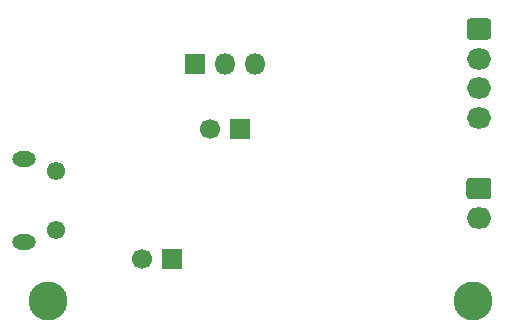
<source format=gbr>
%TF.GenerationSoftware,KiCad,Pcbnew,(5.1.6-0-10_14)*%
%TF.CreationDate,2020-07-27T20:59:48+02:00*%
%TF.ProjectId,DoorLightController,446f6f72-4c69-4676-9874-436f6e74726f,rev?*%
%TF.SameCoordinates,Original*%
%TF.FileFunction,Soldermask,Bot*%
%TF.FilePolarity,Negative*%
%FSLAX46Y46*%
G04 Gerber Fmt 4.6, Leading zero omitted, Abs format (unit mm)*
G04 Created by KiCad (PCBNEW (5.1.6-0-10_14)) date 2020-07-27 20:59:48*
%MOMM*%
%LPD*%
G01*
G04 APERTURE LIST*
%ADD10O,2.000000X1.300000*%
%ADD11C,1.550000*%
%ADD12C,1.700000*%
%ADD13R,1.700000X1.700000*%
%ADD14C,3.300000*%
%ADD15O,2.100000X1.800000*%
%ADD16R,1.800000X1.800000*%
%ADD17O,1.800000X1.800000*%
%ADD18O,2.050000X1.800000*%
G04 APERTURE END LIST*
D10*
%TO.C,J3*%
X190012500Y-98000000D03*
X190012500Y-91000000D03*
D11*
X192712500Y-97000000D03*
X192712500Y-92000000D03*
%TD*%
D12*
%TO.C,C2*%
X205750000Y-88500000D03*
D13*
X208250000Y-88500000D03*
%TD*%
D12*
%TO.C,C1*%
X200000000Y-99500000D03*
D13*
X202500000Y-99500000D03*
%TD*%
D14*
%TO.C,H2*%
X228000000Y-103000000D03*
%TD*%
%TO.C,H1*%
X192000000Y-103000000D03*
%TD*%
%TO.C,J1*%
G36*
G01*
X227714706Y-92600000D02*
X229285294Y-92600000D01*
G75*
G02*
X229550000Y-92864706I0J-264706D01*
G01*
X229550000Y-94135294D01*
G75*
G02*
X229285294Y-94400000I-264706J0D01*
G01*
X227714706Y-94400000D01*
G75*
G02*
X227450000Y-94135294I0J264706D01*
G01*
X227450000Y-92864706D01*
G75*
G02*
X227714706Y-92600000I264706J0D01*
G01*
G37*
D15*
X228500000Y-96000000D03*
%TD*%
D16*
%TO.C,J2*%
X204500000Y-83000000D03*
D17*
X207040000Y-83000000D03*
X209580000Y-83000000D03*
%TD*%
%TO.C,J5*%
G36*
G01*
X227739706Y-79100000D02*
X229260294Y-79100000D01*
G75*
G02*
X229525000Y-79364706I0J-264706D01*
G01*
X229525000Y-80635294D01*
G75*
G02*
X229260294Y-80900000I-264706J0D01*
G01*
X227739706Y-80900000D01*
G75*
G02*
X227475000Y-80635294I0J264706D01*
G01*
X227475000Y-79364706D01*
G75*
G02*
X227739706Y-79100000I264706J0D01*
G01*
G37*
D18*
X228500000Y-82500000D03*
X228500000Y-85000000D03*
X228500000Y-87500000D03*
%TD*%
M02*

</source>
